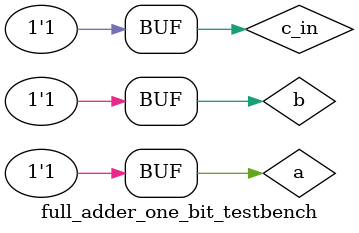
<source format=v>
`define DELAY 20
module full_adder_one_bit_testbench();
reg a,b,c_in;
wire sum,c_out;

full_adder_one_bit obfa(sum,c_out,a,b,c_in);

initial begin
a=1'b0; b=1'b0; c_in=1'b0;
#`DELAY;
a=1'b0; b=1'b0; c_in=1'b1;
#`DELAY;
a=1'b0; b=1'b1; c_in=1'b0;
#`DELAY;
a=1'b0; b=1'b1; c_in=1'b1;
#`DELAY;
a=1'b1; b=1'b0; c_in=1'b0;
#`DELAY;
a=1'b1; b=1'b0; c_in=1'b1;
#`DELAY;
a=1'b1; b=1'b1; c_in=1'b0;
#`DELAY;
a=1'b1; b=1'b1; c_in=1'b1;
end
initial begin
$monitor("time=%2d, a=%1b, b=%1b, c_in=%1b, sum=%1b, c_out=%1b",$time,a,b,c_in,sum,c_out);
end

endmodule


</source>
